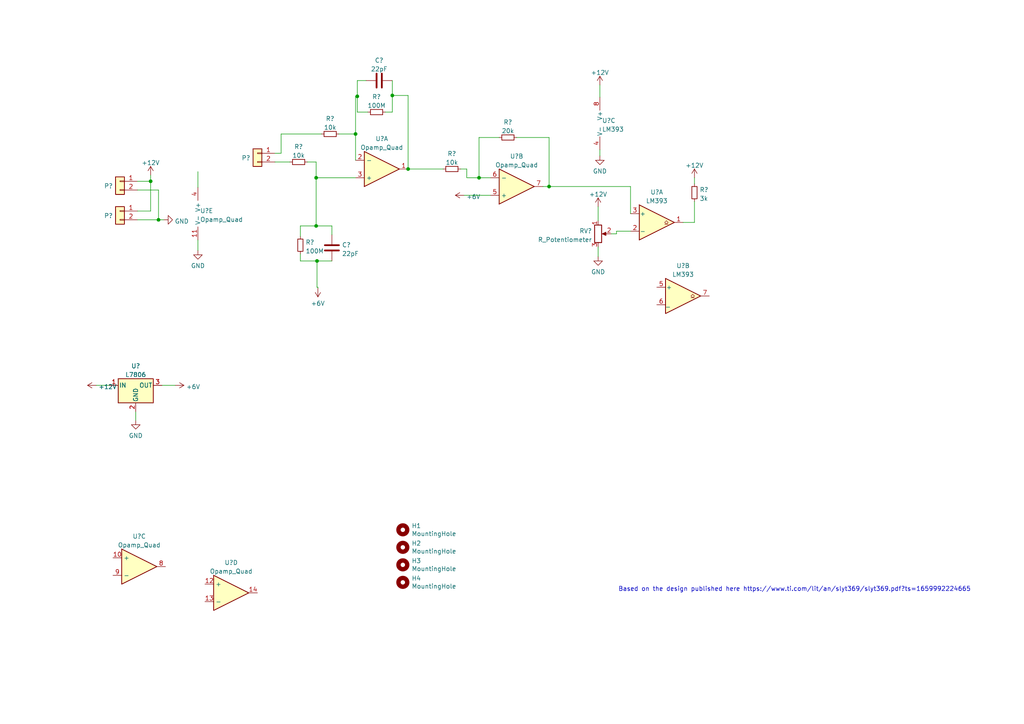
<source format=kicad_sch>
(kicad_sch (version 20211123) (generator eeschema)
  (paper "A4")
  (lib_symbols
    (symbol "Comparator:LM393" (pin_names (offset 0.127))
      (property "Reference" "U" (at 3.81 3.81 0))
      (property "Value" "LM393" (at 6.35 -3.81 0))
      (symbol "LM393_1_1"
        (polyline (pts (xy -5.08 5.08) (xy 5.08 0) (xy -5.08 -5.08) (xy -5.08 5.08)) (stroke (width 0.254)) (fill (type background)))
        (polyline (pts (xy 3.302 -0.508) (xy 2.794 -0.508) (xy 3.302 0) (xy 2.794 0.508) (xy 2.286 0) (xy 2.794 -0.508) (xy 2.286 -0.508)) (stroke (width 0.127)))
        (pin open_collector line (at 7.62 0 180) (length 2.54) (name "~") (number "1"))
        (pin input line (at -7.62 -2.54 0) (length 2.54) (name "-") (number "2"))
        (pin input line (at -7.62 2.54 0) (length 2.54) (name "+") (number "3"))
      )
      (symbol "LM393_2_1"
        (polyline (pts (xy -5.08 5.08) (xy 5.08 0) (xy -5.08 -5.08) (xy -5.08 5.08)) (stroke (width 0.254)) (fill (type background)))
        (polyline (pts (xy 3.302 -0.508) (xy 2.794 -0.508) (xy 3.302 0) (xy 2.794 0.508) (xy 2.286 0) (xy 2.794 -0.508) (xy 2.286 -0.508)) (stroke (width 0.127)))
        (pin input line (at -7.62 2.54 0) (length 2.54) (name "+") (number "5"))
        (pin input line (at -7.62 -2.54 0) (length 2.54) (name "_") (number "6"))
        (pin open_collector line (at 7.62 0 180) (length 2.54) (name "~") (number "7"))
      )
      (symbol "LM393_3_1"
        (pin power_in line (at -2.54 -7.62 90) (length 3.81) (name "V-") (number "4"))
        (pin power_in line (at -2.54 7.62 270) (length 3.81) (name "V+") (number "8"))
      )
    )
    (symbol "Connector_Generic:Conn_01x02" (pin_names (offset 1.016) hide)
      (property "Reference" "J" (at 0 2.54 0))
      (property "Value" "Conn_01x02" (at 0 -5.08 0))
      (symbol "Conn_01x02_1_1"
        (rectangle (start -1.27 -2.413) (end 0 -2.667) (stroke (width 0.1524)))
        (rectangle (start -1.27 0.127) (end 0 -0.127) (stroke (width 0.1524)))
        (rectangle (start -1.27 1.27) (end 1.27 -3.81) (stroke (width 0.254)) (fill (type background)))
        (pin passive line (at -5.08 0 0) (length 3.81) (name "Pin_1") (number "1"))
        (pin passive line (at -5.08 -2.54 0) (length 3.81) (name "Pin_2") (number "2"))
      )
    )
    (symbol "Device:C" (pin_numbers hide) (pin_names (offset 0.254))
      (property "Reference" "C" (at 0.635 2.54 0))
      (property "Value" "C" (at 0.635 -2.54 0))
      (symbol "C_0_1"
        (polyline (pts (xy -2.032 -0.762) (xy 2.032 -0.762)) (stroke (width 0.508)))
        (polyline (pts (xy -2.032 0.762) (xy 2.032 0.762)) (stroke (width 0.508)))
      )
      (symbol "C_1_1"
        (pin passive line (at 0 3.81 270) (length 2.794) (name "~") (number "1"))
        (pin passive line (at 0 -3.81 90) (length 2.794) (name "~") (number "2"))
      )
    )
    (symbol "Device:Opamp_Quad"
      (property "Reference" "U" (at 0 5.08 0))
      (property "Value" "Opamp_Quad" (at 0 -5.08 0))
      (symbol "Opamp_Quad_1_1"
        (polyline (pts (xy -5.08 5.08) (xy 5.08 0) (xy -5.08 -5.08) (xy -5.08 5.08)) (stroke (width 0.254)) (fill (type background)))
        (pin output line (at 7.62 0 180) (length 2.54) (name "~") (number "1"))
        (pin input line (at -7.62 -2.54 0) (length 2.54) (name "-") (number "2"))
        (pin input line (at -7.62 2.54 0) (length 2.54) (name "+") (number "3"))
      )
      (symbol "Opamp_Quad_2_1"
        (polyline (pts (xy -5.08 5.08) (xy 5.08 0) (xy -5.08 -5.08) (xy -5.08 5.08)) (stroke (width 0.254)) (fill (type background)))
        (pin input line (at -7.62 2.54 0) (length 2.54) (name "+") (number "5"))
        (pin input line (at -7.62 -2.54 0) (length 2.54) (name "-") (number "6"))
        (pin output line (at 7.62 0 180) (length 2.54) (name "~") (number "7"))
      )
      (symbol "Opamp_Quad_3_1"
        (polyline (pts (xy -5.08 5.08) (xy 5.08 0) (xy -5.08 -5.08) (xy -5.08 5.08)) (stroke (width 0.254)) (fill (type background)))
        (pin input line (at -7.62 2.54 0) (length 2.54) (name "+") (number "10"))
        (pin output line (at 7.62 0 180) (length 2.54) (name "~") (number "8"))
        (pin input line (at -7.62 -2.54 0) (length 2.54) (name "-") (number "9"))
      )
      (symbol "Opamp_Quad_4_1"
        (polyline (pts (xy -5.08 5.08) (xy 5.08 0) (xy -5.08 -5.08) (xy -5.08 5.08)) (stroke (width 0.254)) (fill (type background)))
        (pin input line (at -7.62 2.54 0) (length 2.54) (name "+") (number "12"))
        (pin input line (at -7.62 -2.54 0) (length 2.54) (name "-") (number "13"))
        (pin output line (at 7.62 0 180) (length 2.54) (name "~") (number "14"))
      )
      (symbol "Opamp_Quad_5_1"
        (pin power_in line (at -2.54 -7.62 90) (length 3.81) (name "V-") (number "11"))
        (pin power_in line (at -2.54 7.62 270) (length 3.81) (name "V+") (number "4"))
      )
    )
    (symbol "Device:R_Potentiometer" (pin_names (offset 1.016) hide)
      (property "Reference" "RV" (at -4.445 0 90))
      (property "Value" "R_Potentiometer" (at -2.54 0 90))
      (symbol "R_Potentiometer_0_1"
        (polyline (pts (xy 2.54 0) (xy 1.524 0)))
        (polyline (pts (xy 1.143 0) (xy 2.286 0.508) (xy 2.286 -0.508) (xy 1.143 0)) (fill (type outline)))
        (rectangle (start 1.016 2.54) (end -1.016 -2.54) (stroke (width 0.254)))
      )
      (symbol "R_Potentiometer_1_1"
        (pin passive line (at 0 3.81 270) (length 1.27) (name "1") (number "1"))
        (pin passive line (at 3.81 0 180) (length 1.27) (name "2") (number "2"))
        (pin passive line (at 0 -3.81 90) (length 1.27) (name "3") (number "3"))
      )
    )
    (symbol "Device:R_Small" (pin_numbers hide) (pin_names (offset 0.254) hide)
      (property "Reference" "R" (at 0.762 0.508 0))
      (property "Value" "R_Small" (at 0.762 -1.016 0))
      (symbol "R_Small_0_1"
        (rectangle (start -0.762 1.778) (end 0.762 -1.778) (stroke (width 0.2032)))
      )
      (symbol "R_Small_1_1"
        (pin passive line (at 0 2.54 270) (length 0.762) (name "~") (number "1"))
        (pin passive line (at 0 -2.54 90) (length 0.762) (name "~") (number "2"))
      )
    )
    (symbol "Mechanical:MountingHole" (pin_names (offset 1.016))
      (property "Reference" "H" (at 0 5.08 0))
      (property "Value" "MountingHole" (at 0 3.175 0))
      (symbol "MountingHole_0_1"
        (circle (center 0 0) (radius 1.27) (stroke (width 1.27)))
      )
    )
    (symbol "Regulator_Linear:L7806" (pin_names (offset 0.254))
      (property "Reference" "U" (at -3.81 3.175 0))
      (property "Value" "L7806" (at 0 3.175 0))
      (symbol "L7806_0_1"
        (rectangle (start -5.08 1.905) (end 5.08 -5.08) (stroke (width 0.254)) (fill (type background)))
      )
      (symbol "L7806_1_1"
        (pin power_in line (at -7.62 0 0) (length 2.54) (name "IN") (number "1"))
        (pin power_in line (at 0 -7.62 90) (length 2.54) (name "GND") (number "2"))
        (pin power_out line (at 7.62 0 180) (length 2.54) (name "OUT") (number "3"))
      )
    )
    (symbol "power:+12V" (power) (pin_names (offset 0))
      (property "Value" "+12V" (at 0 3.556 0))
      (symbol "+12V_0_1"
        (polyline (pts (xy -0.762 1.27) (xy 0 2.54)))
        (polyline (pts (xy 0 0) (xy 0 2.54)))
        (polyline (pts (xy 0 2.54) (xy 0.762 1.27)))
      )
      (symbol "+12V_1_1"
        (pin power_in line (at 0 0 90) (length 0) hide (name "+12V") (number "1"))
      )
    )
    (symbol "power:+6V" (power) (pin_names (offset 0))
      (property "Value" "+6V" (at 0 3.556 0))
      (symbol "+6V_0_1"
        (polyline (pts (xy -0.762 1.27) (xy 0 2.54)))
        (polyline (pts (xy 0 0) (xy 0 2.54)))
        (polyline (pts (xy 0 2.54) (xy 0.762 1.27)))
      )
      (symbol "+6V_1_1"
        (pin power_in line (at 0 0 90) (length 0) hide (name "+6V") (number "1"))
      )
    )
    (symbol "power:GND" (power) (pin_names (offset 0))
      (property "Value" "GND" (at 0 -3.81 0))
      (symbol "GND_0_1"
        (polyline (pts (xy 0 0) (xy 0 -1.27) (xy 1.27 -1.27) (xy 0 -2.54) (xy -1.27 -1.27) (xy 0 -1.27)))
      )
      (symbol "GND_1_1"
        (pin power_in line (at 0 0 270) (length 0) hide (name "GND") (number "1"))
      )
    )
  )
  (junction (at 138.938 51.562))
  (junction (at 103.124 38.862))
  (junction (at 91.694 65.532))
  (junction (at 45.974 63.754))
  (junction (at 103.632 27.94))
  (junction (at 159.258 54.102))
  (junction (at 43.688 52.578))
  (junction (at 118.364 49.022))
  (junction (at 91.948 75.692))
  (junction (at 113.792 27.686))
  (junction (at 91.694 51.562))
  (wire (pts (xy 103.632 27.94) (xy 103.632 23.368)))
  (wire (pts (xy 103.632 23.368) (xy 106.172 23.368)))
  (wire (pts (xy 79.756 46.99) (xy 84.074 46.99)))
  (wire (pts (xy 135.382 49.022) (xy 135.382 51.562)))
  (wire (pts (xy 173.99 43.434) (xy 173.99 45.212)))
  (wire (pts (xy 138.938 51.562) (xy 135.382 51.562)))
  (wire (pts (xy 113.792 23.368) (xy 113.792 27.686)))
  (wire (pts (xy 182.88 54.102) (xy 159.258 54.102)))
  (wire (pts (xy 96.266 65.532) (xy 96.266 68.072)))
  (wire (pts (xy 91.948 75.692) (xy 87.122 75.692)))
  (wire (pts (xy 91.694 51.562) (xy 103.124 51.562)))
  (wire (pts (xy 103.124 38.862) (xy 103.124 46.482)))
  (wire (pts (xy 103.632 32.512) (xy 103.632 27.94)))
  (wire (pts (xy 113.792 27.686) (xy 113.792 32.512)))
  (wire (pts (xy 113.792 32.512) (xy 111.76 32.512)))
  (wire (pts (xy 133.604 49.022) (xy 135.382 49.022)))
  (wire (pts (xy 81.534 38.862) (xy 93.218 38.862)))
  (wire (pts (xy 39.878 52.578) (xy 43.688 52.578)))
  (wire (pts (xy 57.404 69.596) (xy 57.404 72.644)))
  (wire (pts (xy 91.948 75.692) (xy 91.948 83.312)))
  (wire (pts (xy 91.948 83.312) (xy 92.202 83.312)))
  (wire (pts (xy 91.694 65.532) (xy 96.266 65.532)))
  (wire (pts (xy 45.974 63.754) (xy 47.498 63.754)))
  (wire (pts (xy 39.878 55.118) (xy 45.974 55.118)))
  (wire (pts (xy 43.688 52.578) (xy 43.688 61.214)))
  (wire (pts (xy 198.12 64.516) (xy 201.422 64.516)))
  (wire (pts (xy 39.37 119.38) (xy 39.37 121.92)))
  (wire (pts (xy 201.422 51.562) (xy 201.422 53.34)))
  (wire (pts (xy 113.792 27.686) (xy 118.364 27.686)))
  (wire (pts (xy 178.816 67.818) (xy 178.816 67.056)))
  (wire (pts (xy 81.534 44.45) (xy 81.534 38.862)))
  (wire (pts (xy 79.756 44.45) (xy 81.534 44.45)))
  (wire (pts (xy 91.694 46.99) (xy 91.694 51.562)))
  (wire (pts (xy 98.298 38.862) (xy 103.124 38.862)))
  (wire (pts (xy 138.938 39.878) (xy 144.78 39.878)))
  (wire (pts (xy 173.482 59.944) (xy 173.482 64.008)))
  (wire (pts (xy 149.86 39.878) (xy 159.258 39.878)))
  (wire (pts (xy 91.694 51.562) (xy 91.694 65.532)))
  (wire (pts (xy 142.24 51.562) (xy 138.938 51.562)))
  (wire (pts (xy 173.482 71.628) (xy 173.482 74.422)))
  (wire (pts (xy 45.974 55.118) (xy 45.974 63.754)))
  (wire (pts (xy 89.154 46.99) (xy 91.694 46.99)))
  (wire (pts (xy 178.816 67.056) (xy 182.88 67.056)))
  (wire (pts (xy 96.266 75.692) (xy 91.948 75.692)))
  (wire (pts (xy 92.202 83.312) (xy 92.202 83.566)))
  (wire (pts (xy 173.99 24.638) (xy 173.99 28.194)))
  (wire (pts (xy 87.122 75.692) (xy 87.122 73.66)))
  (wire (pts (xy 182.88 61.976) (xy 182.88 54.102)))
  (wire (pts (xy 46.99 111.76) (xy 50.8 111.76)))
  (wire (pts (xy 103.124 27.94) (xy 103.124 38.862)))
  (wire (pts (xy 57.404 49.784) (xy 57.404 54.356)))
  (wire (pts (xy 134.62 56.642) (xy 142.24 56.642)))
  (wire (pts (xy 43.688 52.578) (xy 43.688 50.8)))
  (wire (pts (xy 177.292 67.818) (xy 178.816 67.818)))
  (wire (pts (xy 106.68 32.512) (xy 103.632 32.512)))
  (wire (pts (xy 103.632 27.94) (xy 103.124 27.94)))
  (wire (pts (xy 159.258 54.102) (xy 157.48 54.102)))
  (wire (pts (xy 87.122 65.532) (xy 91.694 65.532)))
  (wire (pts (xy 159.258 39.878) (xy 159.258 54.102)))
  (wire (pts (xy 118.364 27.686) (xy 118.364 49.022)))
  (wire (pts (xy 39.878 63.754) (xy 45.974 63.754)))
  (wire (pts (xy 43.688 61.214) (xy 39.878 61.214)))
  (wire (pts (xy 138.938 51.562) (xy 138.938 39.878)))
  (wire (pts (xy 87.122 68.58) (xy 87.122 65.532)))
  (wire (pts (xy 27.94 111.76) (xy 31.75 111.76)))
  (wire (pts (xy 118.364 49.022) (xy 128.524 49.022)))
  (wire (pts (xy 201.422 64.516) (xy 201.422 58.42)))
  (text "Based on the design published here https://www.ti.com/lit/an/slyt369/slyt369.pdf?ts=1659992224665" (at 179.324 171.704 0) (effects (font (size 1.27 1.27)) (justify left bottom)))
  (symbol (lib_id "Mechanical:MountingHole") (at 116.84 158.75 0) (unit 1)
    (property "Reference" "H2" (at 119.38 157.5816 0) (effects (justify left)))
    (property "Value" "MountingHole" (at 119.38 159.893 0) (effects (justify left)))
    (property "Footprint" "MountingHole:MountingHole_3.2mm_M3_ISO7380" (effects hide))
  )
  (symbol (lib_id "Mechanical:MountingHole") (at 116.84 163.83 0) (unit 1)
    (property "Reference" "H3" (at 119.38 162.6616 0) (effects (justify left)))
    (property "Value" "MountingHole" (at 119.38 164.973 0) (effects (justify left)))
    (property "Footprint" "MountingHole:MountingHole_3.2mm_M3_ISO7380" (effects hide))
  )
  (symbol (lib_id "Mechanical:MountingHole") (at 116.84 168.91 0) (unit 1)
    (property "Reference" "H4" (at 119.38 167.7416 0) (effects (justify left)))
    (property "Value" "MountingHole" (at 119.38 170.053 0) (effects (justify left)))
    (property "Footprint" "MountingHole:MountingHole_3.2mm_M3_ISO7380" (effects hide))
  )
  (symbol (lib_id "Mechanical:MountingHole") (at 116.84 153.67 0) (unit 1)
    (property "Reference" "H1" (at 119.38 152.5016 0) (effects (justify left)))
    (property "Value" "MountingHole" (at 119.38 154.813 0) (effects (justify left)))
    (property "Footprint" "MountingHole:MountingHole_3.2mm_M3_ISO7380" (effects hide))
  )
  (symbol (lib_id "Device:Opamp_Quad") (at 59.944 61.976 0) (unit 5)
    (property "Reference" "U?" (at 58.039 61.1413 0) (effects (justify left)))
    (property "Value" "Opamp_Quad" (at 58.039 63.6782 0) (effects (justify left)))
  )
  (symbol (lib_id "Connector_Generic:Conn_01x02") (at 74.676 44.45 0) (mirror y) (unit 1)
    (property "Reference" "P?" (at 72.644 45.8216 0) (effects (justify left)))
    (property "Value" "Conn_01x02" (effects hide))
    (property "Footprint" "Connector_JST:JST_XH_B2B-XH-A_1x02_P2.50mm_Vertical" (effects hide))
  )
  (symbol (lib_id "power:GND") (at 57.404 72.644 0) (unit 1)
    (property "Reference" "#PWR?" (effects hide))
    (property "Value" "GND" (at 57.404 77.0874 0))
  )
  (symbol (lib_id "Device:R_Small") (at 87.122 71.12 0) (unit 1)
    (property "Reference" "R?" (at 88.6206 70.2853 0) (effects (justify left)))
    (property "Value" "100M" (at 88.6206 72.8222 0) (effects (justify left)))
  )
  (symbol (lib_id "Device:R_Small") (at 131.064 49.022 90) (unit 1)
    (property "Reference" "R?" (at 131.064 44.5856 90))
    (property "Value" "10k" (at 131.064 47.1225 90))
  )
  (symbol (lib_id "power:+6V") (at 92.202 83.566 180) (unit 1)
    (property "Reference" "#PWR?" (effects hide))
    (property "Value" "+6V" (at 92.202 88.0094 0))
  )
  (symbol (lib_id "Comparator:LM393") (at 190.5 64.516 0) (unit 1)
    (property "Reference" "U?" (at 190.5 55.7362 0))
    (property "Value" "LM393" (at 190.5 58.2731 0))
    (property "Datasheet" "http://www.ti.com/lit/ds/symlink/lm393.pdf" (effects hide))
  )
  (symbol (lib_id "Regulator_Linear:L7806") (at 39.37 111.76 0) (unit 1)
    (property "Reference" "U?" (at 39.37 106.1552 0))
    (property "Value" "L7806" (at 39.37 108.6921 0))
    (property "Datasheet" "http://www.st.com/content/ccc/resource/technical/document/datasheet/41/4f/b3/b0/12/d4/47/88/CD00000444.pdf/files/CD00000444.pdf/jcr:content/translations/en.CD00000444.pdf" (effects hide))
  )
  (symbol (lib_id "Device:C") (at 96.266 71.882 0) (unit 1)
    (property "Reference" "C?" (at 99.187 71.0473 0) (effects (justify left)))
    (property "Value" "22pF" (at 99.187 73.5842 0) (effects (justify left)))
  )
  (symbol (lib_id "Comparator:LM393") (at 176.53 35.814 0) (unit 3)
    (property "Reference" "U?" (at 174.625 34.9793 0) (effects (justify left)))
    (property "Value" "LM393" (at 174.625 37.5162 0) (effects (justify left)))
    (property "Datasheet" "http://www.ti.com/lit/ds/symlink/lm393.pdf" (effects hide))
  )
  (symbol (lib_id "power:+12V") (at 201.422 51.562 0) (unit 1)
    (property "Reference" "#PWR?" (effects hide))
    (property "Value" "+12V" (at 201.422 47.9862 0))
  )
  (symbol (lib_id "Device:R_Potentiometer") (at 173.482 67.818 0) (unit 1)
    (property "Reference" "RV?" (at 171.7041 66.9833 0) (effects (justify right)))
    (property "Value" "R_Potentiometer" (at 171.7041 69.5202 0) (effects (justify right)))
  )
  (symbol (lib_id "Device:Opamp_Quad") (at 67.056 171.958 0) (unit 4)
    (property "Reference" "U?" (at 67.056 163.1782 0))
    (property "Value" "Opamp_Quad" (at 67.056 165.7151 0))
  )
  (symbol (lib_id "power:+12V") (at 173.99 24.638 0) (unit 1)
    (property "Reference" "#PWR?" (effects hide))
    (property "Value" "+12V" (at 173.99 21.0622 0))
  )
  (symbol (lib_id "Connector_Generic:Conn_01x02") (at 34.798 52.578 0) (mirror y) (unit 1)
    (property "Reference" "P?" (at 32.766 53.9496 0) (effects (justify left)))
    (property "Value" "Conn_01x02" (effects hide))
    (property "Footprint" "Connector_JST:JST_XH_B2B-XH-A_1x02_P2.50mm_Vertical" (effects hide))
  )
  (symbol (lib_id "power:GND") (at 173.482 74.422 0) (unit 1)
    (property "Reference" "#PWR?" (effects hide))
    (property "Value" "GND" (at 173.482 78.8654 0))
  )
  (symbol (lib_id "Device:R_Small") (at 201.422 55.88 180) (unit 1)
    (property "Reference" "R?" (at 202.9206 55.0453 0) (effects (justify right)))
    (property "Value" "3k" (at 202.9206 57.5822 0) (effects (justify right)))
  )
  (symbol (lib_id "Device:C") (at 109.982 23.368 90) (unit 1)
    (property "Reference" "C?" (at 109.982 17.5092 90))
    (property "Value" "22pF" (at 109.982 20.0461 90))
  )
  (symbol (lib_id "Comparator:LM393") (at 198.12 85.852 0) (unit 2)
    (property "Reference" "U?" (at 198.12 77.0722 0))
    (property "Value" "LM393" (at 198.12 79.6091 0))
    (property "Datasheet" "http://www.ti.com/lit/ds/symlink/lm393.pdf" (effects hide))
  )
  (symbol (lib_id "power:+6V") (at 134.62 56.642 90) (unit 1)
    (property "Reference" "#PWR?" (effects hide))
    (property "Value" "+6V" (at 135.255 57.0758 90) (effects (justify right)))
  )
  (symbol (lib_id "power:GND") (at 39.37 121.92 0) (unit 1)
    (property "Reference" "#PWR?" (effects hide))
    (property "Value" "GND" (at 39.37 126.3634 0))
  )
  (symbol (lib_id "Device:R_Small") (at 95.758 38.862 90) (unit 1)
    (property "Reference" "R?" (at 95.758 34.4256 90))
    (property "Value" "10k" (at 95.758 36.9625 90))
  )
  (symbol (lib_id "Device:Opamp_Quad") (at 110.744 49.022 0) (mirror x) (unit 1)
    (property "Reference" "U?" (at 110.744 40.2422 0))
    (property "Value" "Opamp_Quad" (at 110.744 42.7791 0))
  )
  (symbol (lib_id "power:+12V") (at 43.688 50.8 0) (unit 1)
    (property "Reference" "#PWR?" (effects hide))
    (property "Value" "+12V" (at 43.688 47.2242 0))
  )
  (symbol (lib_id "Device:R_Small") (at 109.22 32.512 90) (unit 1)
    (property "Reference" "R?" (at 109.22 28.0756 90))
    (property "Value" "100M" (at 109.22 30.6125 90))
  )
  (symbol (lib_id "Device:Opamp_Quad") (at 40.386 164.338 0) (unit 3)
    (property "Reference" "U?" (at 40.386 155.5582 0))
    (property "Value" "Opamp_Quad" (at 40.386 158.0951 0))
  )
  (symbol (lib_id "power:GND") (at 47.498 63.754 90) (unit 1)
    (property "Reference" "#PWR?" (effects hide))
    (property "Value" "GND" (at 50.673 64.1878 90) (effects (justify right)))
  )
  (symbol (lib_id "power:+12V") (at 27.94 111.76 90) (unit 1)
    (property "Reference" "#PWR?" (effects hide))
    (property "Value" "+12V" (at 28.575 112.1938 90) (effects (justify right)))
  )
  (symbol (lib_id "power:+12V") (at 173.482 59.944 0) (unit 1)
    (property "Reference" "#PWR?" (effects hide))
    (property "Value" "+12V" (at 173.482 56.3682 0))
  )
  (symbol (lib_id "Connector_Generic:Conn_01x02") (at 34.798 61.214 0) (mirror y) (unit 1)
    (property "Reference" "P?" (at 32.766 62.5856 0) (effects (justify left)))
    (property "Value" "Conn_01x02" (effects hide))
    (property "Footprint" "Connector_JST:JST_XH_B2B-XH-A_1x02_P2.50mm_Vertical" (effects hide))
  )
  (symbol (lib_id "power:+6V") (at 50.8 111.76 270) (unit 1)
    (property "Reference" "#PWR?" (effects hide))
    (property "Value" "+6V" (at 53.975 112.1938 90) (effects (justify left)))
  )
  (symbol (lib_id "Device:R_Small") (at 147.32 39.878 90) (unit 1)
    (property "Reference" "R?" (at 147.32 35.4416 90))
    (property "Value" "20k" (at 147.32 37.9785 90))
  )
  (symbol (lib_id "power:GND") (at 173.99 45.212 0) (unit 1)
    (property "Reference" "#PWR?" (effects hide))
    (property "Value" "GND" (at 173.99 49.6554 0))
  )
  (symbol (lib_id "Device:R_Small") (at 86.614 46.99 90) (unit 1)
    (property "Reference" "R?" (at 86.614 42.5536 90))
    (property "Value" "10k" (at 86.614 45.0905 90))
  )
  (symbol (lib_id "Device:Opamp_Quad") (at 149.86 54.102 0) (mirror x) (unit 2)
    (property "Reference" "U?" (at 149.86 45.3222 0))
    (property "Value" "Opamp_Quad" (at 149.86 47.8591 0))
  )
)
</source>
